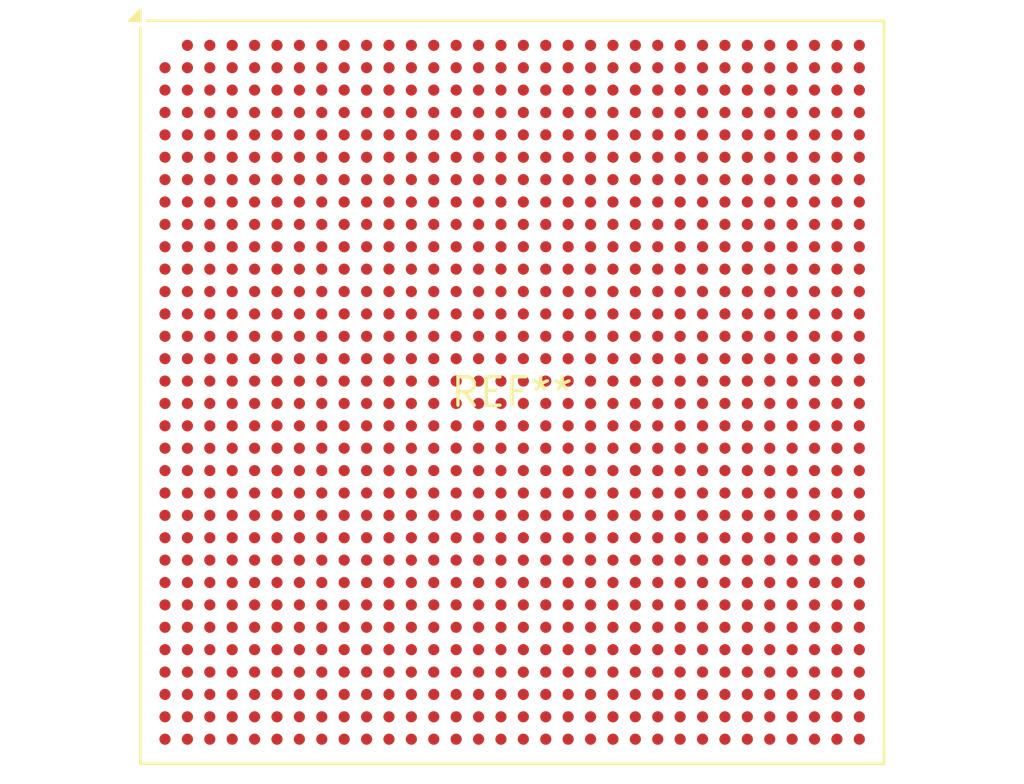
<source format=kicad_pcb>
(kicad_pcb (version 20240108) (generator pcbnew)
  (layers (0 "F.Cu" signal) (31 "B.Cu" signal) (34 "B.Paste" user) (35 "F.Paste" user) (36 "B.SilkS" user "B.Silkscreen") (37 "F.SilkS" user "F.Silkscreen") (38 "B.Mask" user) (39 "F.Mask" user) (44 "Edge.Cuts" user))
  (net 0 "")
  (footprint "BGA-1023_33.0x33.0mm_Layout32x32_P1.0mm" (layer "F.Cu") (at 0 0)
    (property "Reference" "REF**")
    (property "Value" "BGA-1023_33.0x33.0mm_Layout32x32_P1.0mm")
  )
)
</source>
